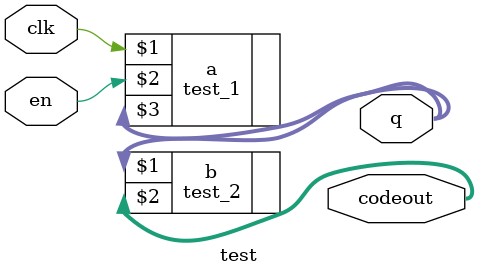
<source format=v>
module test(clk,en,q,codeout);
input clk,en;
output [2:0] q;
output [6:0] codeout;
test_1 a(clk,en,q);
test_2 b(q,codeout);
endmodule
</source>
